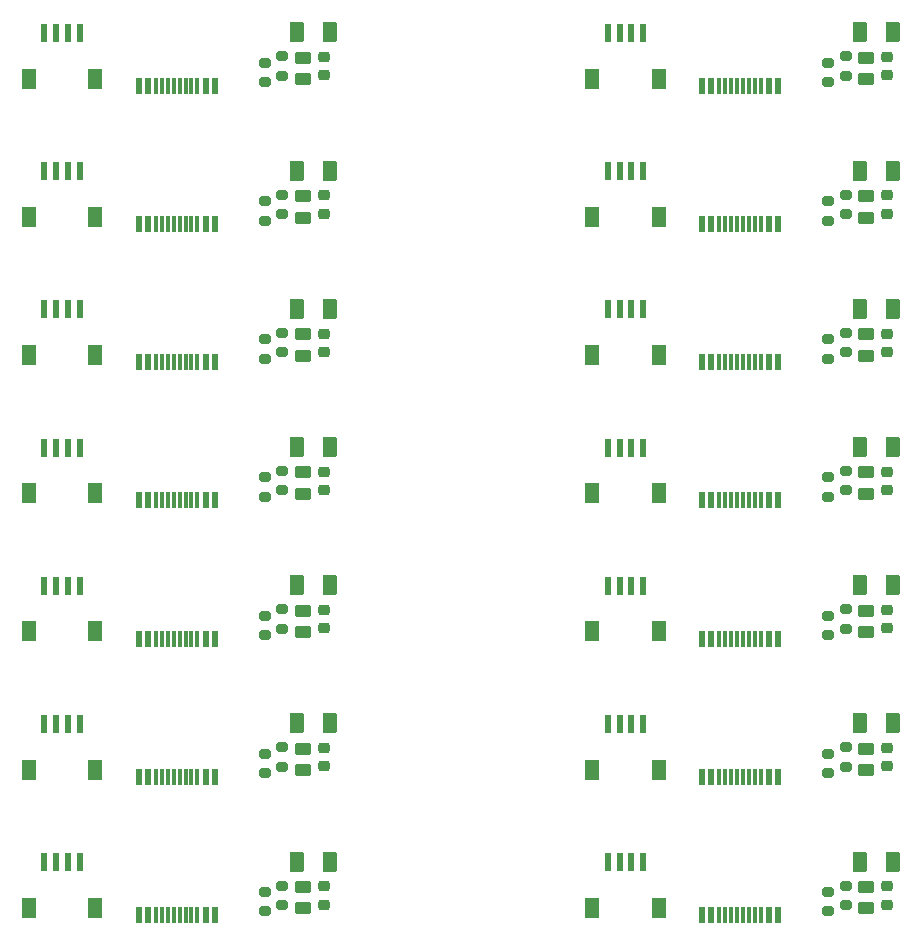
<source format=gbr>
%TF.GenerationSoftware,KiCad,Pcbnew,(6.0.0)*%
%TF.CreationDate,2022-02-04T14:46:28-05:00*%
%TF.ProjectId,Panel v2,50616e65-6c20-4763-922e-6b696361645f,rev?*%
%TF.SameCoordinates,Original*%
%TF.FileFunction,Paste,Top*%
%TF.FilePolarity,Positive*%
%FSLAX46Y46*%
G04 Gerber Fmt 4.6, Leading zero omitted, Abs format (unit mm)*
G04 Created by KiCad (PCBNEW (6.0.0)) date 2022-02-04 14:46:28*
%MOMM*%
%LPD*%
G01*
G04 APERTURE LIST*
G04 Aperture macros list*
%AMRoundRect*
0 Rectangle with rounded corners*
0 $1 Rounding radius*
0 $2 $3 $4 $5 $6 $7 $8 $9 X,Y pos of 4 corners*
0 Add a 4 corners polygon primitive as box body*
4,1,4,$2,$3,$4,$5,$6,$7,$8,$9,$2,$3,0*
0 Add four circle primitives for the rounded corners*
1,1,$1+$1,$2,$3*
1,1,$1+$1,$4,$5*
1,1,$1+$1,$6,$7*
1,1,$1+$1,$8,$9*
0 Add four rect primitives between the rounded corners*
20,1,$1+$1,$2,$3,$4,$5,0*
20,1,$1+$1,$4,$5,$6,$7,0*
20,1,$1+$1,$6,$7,$8,$9,0*
20,1,$1+$1,$8,$9,$2,$3,0*%
G04 Aperture macros list end*
%ADD10R,1.200000X1.800000*%
%ADD11R,0.600000X1.550000*%
%ADD12RoundRect,0.249999X0.450001X-0.262501X0.450001X0.262501X-0.450001X0.262501X-0.450001X-0.262501X0*%
%ADD13RoundRect,0.200000X-0.275000X0.200000X-0.275000X-0.200000X0.275000X-0.200000X0.275000X0.200000X0*%
%ADD14RoundRect,0.225000X0.250000X-0.225000X0.250000X0.225000X-0.250000X0.225000X-0.250000X-0.225000X0*%
%ADD15R,0.600000X1.450000*%
%ADD16R,0.300000X1.450000*%
%ADD17RoundRect,0.250000X-0.375000X-0.625000X0.375000X-0.625000X0.375000X0.625000X-0.375000X0.625000X0*%
G04 APERTURE END LIST*
D10*
%TO.C,J12*%
X90800002Y-98250011D03*
X85200002Y-98250011D03*
D11*
X89500002Y-94375011D03*
X88500002Y-94375011D03*
X87500002Y-94375011D03*
X86500002Y-94375011D03*
%TD*%
D12*
%TO.C,R13*%
X60694999Y-84777508D03*
X60694999Y-86602508D03*
%TD*%
D10*
%TO.C,J8*%
X90800002Y-63150002D03*
X85200002Y-63150002D03*
D11*
X89500002Y-59275002D03*
X88500002Y-59275002D03*
X87500002Y-59275002D03*
X86500002Y-59275002D03*
%TD*%
D13*
%TO.C,R21*%
X105165002Y-75155005D03*
X105165002Y-73505005D03*
%TD*%
D14*
%TO.C,C13*%
X62434999Y-119825017D03*
X62434999Y-121375017D03*
%TD*%
D10*
%TO.C,J9*%
X43099999Y-109950014D03*
X37499999Y-109950014D03*
D11*
X41799999Y-106075014D03*
X40799999Y-106075014D03*
X39799999Y-106075014D03*
X38799999Y-106075014D03*
%TD*%
D13*
%TO.C,R3*%
X57464999Y-63455002D03*
X57464999Y-61805002D03*
%TD*%
D12*
%TO.C,R9*%
X108395002Y-49677499D03*
X108395002Y-51502499D03*
%TD*%
D15*
%TO.C,U14*%
X94475002Y-122245017D03*
X95250002Y-122245017D03*
D16*
X95950002Y-122245017D03*
X96450002Y-122245017D03*
X96950002Y-122245017D03*
X97450002Y-122245017D03*
X97950002Y-122245017D03*
X98450002Y-122245017D03*
X98950002Y-122245017D03*
X99450002Y-122245017D03*
D15*
X100150002Y-122245017D03*
X100925002Y-122245017D03*
%TD*%
D17*
%TO.C,F5*%
X62974999Y-70925005D03*
X60174999Y-70925005D03*
%TD*%
D14*
%TO.C,C5*%
X62434999Y-84725008D03*
X62434999Y-86275008D03*
%TD*%
D13*
%TO.C,R17*%
X57464999Y-75155005D03*
X57464999Y-73505005D03*
%TD*%
D12*
%TO.C,R12*%
X108395002Y-61377502D03*
X108395002Y-63202502D03*
%TD*%
D13*
%TO.C,R30*%
X58954999Y-98010011D03*
X58954999Y-96360011D03*
%TD*%
%TO.C,R32*%
X106655002Y-109710014D03*
X106655002Y-108060014D03*
%TD*%
D12*
%TO.C,R23*%
X108395002Y-73077505D03*
X108395002Y-74902505D03*
%TD*%
D17*
%TO.C,F12*%
X110675002Y-106025014D03*
X107875002Y-106025014D03*
%TD*%
%TO.C,F1*%
X62974999Y-59225002D03*
X60174999Y-59225002D03*
%TD*%
D13*
%TO.C,R28*%
X58954999Y-109710014D03*
X58954999Y-108060014D03*
%TD*%
D17*
%TO.C,F11*%
X110675002Y-94325011D03*
X107875002Y-94325011D03*
%TD*%
D14*
%TO.C,C6*%
X62434999Y-73025005D03*
X62434999Y-74575005D03*
%TD*%
D13*
%TO.C,R31*%
X105165002Y-110255014D03*
X105165002Y-108605014D03*
%TD*%
D12*
%TO.C,R15*%
X60694999Y-73077505D03*
X60694999Y-74902505D03*
%TD*%
D15*
%TO.C,U4*%
X94475002Y-63745002D03*
X95250002Y-63745002D03*
D16*
X95950002Y-63745002D03*
X96450002Y-63745002D03*
X96950002Y-63745002D03*
X97450002Y-63745002D03*
X97950002Y-63745002D03*
X98450002Y-63745002D03*
X98950002Y-63745002D03*
X99450002Y-63745002D03*
D15*
X100150002Y-63745002D03*
X100925002Y-63745002D03*
%TD*%
D12*
%TO.C,R4*%
X60694999Y-61377502D03*
X60694999Y-63202502D03*
%TD*%
D15*
%TO.C,U8*%
X94475002Y-87145008D03*
X95250002Y-87145008D03*
D16*
X95950002Y-87145008D03*
X96450002Y-87145008D03*
X96950002Y-87145008D03*
X97450002Y-87145008D03*
X97950002Y-87145008D03*
X98450002Y-87145008D03*
X98950002Y-87145008D03*
X99450002Y-87145008D03*
D15*
X100150002Y-87145008D03*
X100925002Y-87145008D03*
%TD*%
%TO.C,U2*%
X46774999Y-52044999D03*
X47549999Y-52044999D03*
D16*
X48249999Y-52044999D03*
X48749999Y-52044999D03*
X49249999Y-52044999D03*
X49749999Y-52044999D03*
X50249999Y-52044999D03*
X50749999Y-52044999D03*
X51249999Y-52044999D03*
X51749999Y-52044999D03*
D15*
X52449999Y-52044999D03*
X53224999Y-52044999D03*
%TD*%
D13*
%TO.C,R2*%
X58954999Y-62910002D03*
X58954999Y-61260002D03*
%TD*%
D12*
%TO.C,R36*%
X108395002Y-96477511D03*
X108395002Y-98302511D03*
%TD*%
D17*
%TO.C,F14*%
X110675002Y-117725017D03*
X107875002Y-117725017D03*
%TD*%
%TO.C,F3*%
X110675002Y-47524999D03*
X107875002Y-47524999D03*
%TD*%
D13*
%TO.C,R7*%
X106655002Y-62910002D03*
X106655002Y-61260002D03*
%TD*%
%TO.C,R8*%
X105165002Y-51754999D03*
X105165002Y-50104999D03*
%TD*%
D15*
%TO.C,U6*%
X46774999Y-75445005D03*
X47549999Y-75445005D03*
D16*
X48249999Y-75445005D03*
X48749999Y-75445005D03*
X49249999Y-75445005D03*
X49749999Y-75445005D03*
X50249999Y-75445005D03*
X50749999Y-75445005D03*
X51249999Y-75445005D03*
X51749999Y-75445005D03*
D15*
X52449999Y-75445005D03*
X53224999Y-75445005D03*
%TD*%
D10*
%TO.C,J3*%
X37499999Y-86550008D03*
X43099999Y-86550008D03*
D11*
X41799999Y-82675008D03*
X40799999Y-82675008D03*
X39799999Y-82675008D03*
X38799999Y-82675008D03*
%TD*%
D13*
%TO.C,R5*%
X58954999Y-51209999D03*
X58954999Y-49559999D03*
%TD*%
D10*
%TO.C,J11*%
X90800002Y-109950014D03*
X85200002Y-109950014D03*
D11*
X89500002Y-106075014D03*
X88500002Y-106075014D03*
X87500002Y-106075014D03*
X86500002Y-106075014D03*
%TD*%
D13*
%TO.C,R24*%
X105165002Y-86855008D03*
X105165002Y-85205008D03*
%TD*%
%TO.C,R18*%
X57464999Y-86855008D03*
X57464999Y-85205008D03*
%TD*%
D10*
%TO.C,J5*%
X43099999Y-74850005D03*
X37499999Y-74850005D03*
D11*
X41799999Y-70975005D03*
X40799999Y-70975005D03*
X39799999Y-70975005D03*
X38799999Y-70975005D03*
%TD*%
D17*
%TO.C,F10*%
X62974999Y-106025014D03*
X60174999Y-106025014D03*
%TD*%
D13*
%TO.C,R27*%
X57464999Y-98555011D03*
X57464999Y-96905011D03*
%TD*%
D15*
%TO.C,U7*%
X94475002Y-75445005D03*
X95250002Y-75445005D03*
D16*
X95950002Y-75445005D03*
X96450002Y-75445005D03*
X96950002Y-75445005D03*
X97450002Y-75445005D03*
X97950002Y-75445005D03*
X98450002Y-75445005D03*
X98950002Y-75445005D03*
X99450002Y-75445005D03*
D15*
X100150002Y-75445005D03*
X100925002Y-75445005D03*
%TD*%
D14*
%TO.C,C9*%
X62434999Y-96425011D03*
X62434999Y-97975011D03*
%TD*%
D10*
%TO.C,J13*%
X43099999Y-121650017D03*
X37499999Y-121650017D03*
D11*
X41799999Y-117775017D03*
X40799999Y-117775017D03*
X39799999Y-117775017D03*
X38799999Y-117775017D03*
%TD*%
D10*
%TO.C,J6*%
X90800002Y-86550008D03*
X85200002Y-86550008D03*
D11*
X89500002Y-82675008D03*
X88500002Y-82675008D03*
X87500002Y-82675008D03*
X86500002Y-82675008D03*
%TD*%
D12*
%TO.C,R35*%
X108395002Y-108177514D03*
X108395002Y-110002514D03*
%TD*%
D15*
%TO.C,U9*%
X46774999Y-98845011D03*
X47549999Y-98845011D03*
D16*
X48249999Y-98845011D03*
X48749999Y-98845011D03*
X49249999Y-98845011D03*
X49749999Y-98845011D03*
X50249999Y-98845011D03*
X50749999Y-98845011D03*
X51249999Y-98845011D03*
X51749999Y-98845011D03*
D15*
X52449999Y-98845011D03*
X53224999Y-98845011D03*
%TD*%
D14*
%TO.C,C14*%
X110135002Y-119825017D03*
X110135002Y-121375017D03*
%TD*%
%TO.C,C11*%
X110135002Y-96425011D03*
X110135002Y-97975011D03*
%TD*%
D17*
%TO.C,F8*%
X110675002Y-82625008D03*
X107875002Y-82625008D03*
%TD*%
D14*
%TO.C,C2*%
X62434999Y-61325002D03*
X62434999Y-62875002D03*
%TD*%
D15*
%TO.C,U13*%
X46774999Y-122245017D03*
X47549999Y-122245017D03*
D16*
X48249999Y-122245017D03*
X48749999Y-122245017D03*
X49249999Y-122245017D03*
X49749999Y-122245017D03*
X50249999Y-122245017D03*
X50749999Y-122245017D03*
X51249999Y-122245017D03*
X51749999Y-122245017D03*
D15*
X52449999Y-122245017D03*
X53224999Y-122245017D03*
%TD*%
D14*
%TO.C,C10*%
X62434999Y-108125014D03*
X62434999Y-109675014D03*
%TD*%
D17*
%TO.C,F6*%
X62974999Y-82625008D03*
X60174999Y-82625008D03*
%TD*%
D13*
%TO.C,R34*%
X106655002Y-98010011D03*
X106655002Y-96360011D03*
%TD*%
D14*
%TO.C,C3*%
X110135002Y-49624999D03*
X110135002Y-51174999D03*
%TD*%
D17*
%TO.C,F13*%
X62974999Y-117725017D03*
X60174999Y-117725017D03*
%TD*%
D12*
%TO.C,R25*%
X60694999Y-108177514D03*
X60694999Y-110002514D03*
%TD*%
D13*
%TO.C,R38*%
X57464999Y-121955017D03*
X57464999Y-120305017D03*
%TD*%
D14*
%TO.C,C8*%
X110135002Y-73025005D03*
X110135002Y-74575005D03*
%TD*%
D13*
%TO.C,R33*%
X105165002Y-98555011D03*
X105165002Y-96905011D03*
%TD*%
D10*
%TO.C,J2*%
X90800002Y-51449999D03*
X85200002Y-51449999D03*
D11*
X89500002Y-47574999D03*
X88500002Y-47574999D03*
X87500002Y-47574999D03*
X86500002Y-47574999D03*
%TD*%
D13*
%TO.C,R14*%
X58954999Y-86310008D03*
X58954999Y-84660008D03*
%TD*%
D15*
%TO.C,U11*%
X94475002Y-110545014D03*
X95250002Y-110545014D03*
D16*
X95950002Y-110545014D03*
X96450002Y-110545014D03*
X96950002Y-110545014D03*
X97450002Y-110545014D03*
X97950002Y-110545014D03*
X98450002Y-110545014D03*
X98950002Y-110545014D03*
X99450002Y-110545014D03*
D15*
X100150002Y-110545014D03*
X100925002Y-110545014D03*
%TD*%
%TO.C,U10*%
X46774999Y-110545014D03*
X47549999Y-110545014D03*
D16*
X48249999Y-110545014D03*
X48749999Y-110545014D03*
X49249999Y-110545014D03*
X49749999Y-110545014D03*
X50249999Y-110545014D03*
X50749999Y-110545014D03*
X51249999Y-110545014D03*
X51749999Y-110545014D03*
D15*
X52449999Y-110545014D03*
X53224999Y-110545014D03*
%TD*%
D13*
%TO.C,R41*%
X105165002Y-121955017D03*
X105165002Y-120305017D03*
%TD*%
D10*
%TO.C,J10*%
X43099999Y-98250011D03*
X37499999Y-98250011D03*
D11*
X41799999Y-94375011D03*
X40799999Y-94375011D03*
X39799999Y-94375011D03*
X38799999Y-94375011D03*
%TD*%
D14*
%TO.C,C12*%
X110135002Y-108125014D03*
X110135002Y-109675014D03*
%TD*%
%TO.C,C7*%
X110135002Y-84725008D03*
X110135002Y-86275008D03*
%TD*%
D15*
%TO.C,U12*%
X94475002Y-98845011D03*
X95250002Y-98845011D03*
D16*
X95950002Y-98845011D03*
X96450002Y-98845011D03*
X96950002Y-98845011D03*
X97450002Y-98845011D03*
X97950002Y-98845011D03*
X98450002Y-98845011D03*
X98950002Y-98845011D03*
X99450002Y-98845011D03*
D15*
X100150002Y-98845011D03*
X100925002Y-98845011D03*
%TD*%
D12*
%TO.C,R42*%
X108395002Y-119877517D03*
X108395002Y-121702517D03*
%TD*%
D13*
%TO.C,R19*%
X106655002Y-74610005D03*
X106655002Y-72960005D03*
%TD*%
D12*
%TO.C,R20*%
X108395002Y-84777508D03*
X108395002Y-86602508D03*
%TD*%
D17*
%TO.C,F2*%
X62974999Y-47524999D03*
X60174999Y-47524999D03*
%TD*%
%TO.C,F4*%
X110675002Y-59225002D03*
X107875002Y-59225002D03*
%TD*%
D15*
%TO.C,U5*%
X46774999Y-87145008D03*
X47549999Y-87145008D03*
D16*
X48249999Y-87145008D03*
X48749999Y-87145008D03*
X49249999Y-87145008D03*
X49749999Y-87145008D03*
X50249999Y-87145008D03*
X50749999Y-87145008D03*
X51249999Y-87145008D03*
X51749999Y-87145008D03*
D15*
X52449999Y-87145008D03*
X53224999Y-87145008D03*
%TD*%
D10*
%TO.C,J1*%
X37499999Y-51449999D03*
X43099999Y-51449999D03*
D11*
X41799999Y-47574999D03*
X40799999Y-47574999D03*
X39799999Y-47574999D03*
X38799999Y-47574999D03*
%TD*%
D14*
%TO.C,C1*%
X62434999Y-49624999D03*
X62434999Y-51174999D03*
%TD*%
D10*
%TO.C,J7*%
X85200002Y-74850005D03*
X90800002Y-74850005D03*
D11*
X89500002Y-70975005D03*
X88500002Y-70975005D03*
X87500002Y-70975005D03*
X86500002Y-70975005D03*
%TD*%
D12*
%TO.C,R26*%
X60694999Y-96477511D03*
X60694999Y-98302511D03*
%TD*%
D17*
%TO.C,F9*%
X62974999Y-94325011D03*
X60174999Y-94325011D03*
%TD*%
D13*
%TO.C,R40*%
X106655002Y-121410017D03*
X106655002Y-119760017D03*
%TD*%
D15*
%TO.C,U1*%
X46774999Y-63745002D03*
X47549999Y-63745002D03*
D16*
X48249999Y-63745002D03*
X48749999Y-63745002D03*
X49249999Y-63745002D03*
X49749999Y-63745002D03*
X50249999Y-63745002D03*
X50749999Y-63745002D03*
X51249999Y-63745002D03*
X51749999Y-63745002D03*
D15*
X52449999Y-63745002D03*
X53224999Y-63745002D03*
%TD*%
D13*
%TO.C,R22*%
X106655002Y-86310008D03*
X106655002Y-84660008D03*
%TD*%
%TO.C,R37*%
X58954999Y-121410017D03*
X58954999Y-119760017D03*
%TD*%
%TO.C,R6*%
X57464999Y-51754999D03*
X57464999Y-50104999D03*
%TD*%
D10*
%TO.C,J14*%
X90800002Y-121650017D03*
X85200002Y-121650017D03*
D11*
X89500002Y-117775017D03*
X88500002Y-117775017D03*
X87500002Y-117775017D03*
X86500002Y-117775017D03*
%TD*%
D14*
%TO.C,C4*%
X110135002Y-61325002D03*
X110135002Y-62875002D03*
%TD*%
D13*
%TO.C,R16*%
X58954999Y-74610005D03*
X58954999Y-72960005D03*
%TD*%
D15*
%TO.C,U3*%
X94475002Y-52044999D03*
X95250002Y-52044999D03*
D16*
X95950002Y-52044999D03*
X96450002Y-52044999D03*
X96950002Y-52044999D03*
X97450002Y-52044999D03*
X97950002Y-52044999D03*
X98450002Y-52044999D03*
X98950002Y-52044999D03*
X99450002Y-52044999D03*
D15*
X100150002Y-52044999D03*
X100925002Y-52044999D03*
%TD*%
D13*
%TO.C,R11*%
X106655002Y-51209999D03*
X106655002Y-49559999D03*
%TD*%
%TO.C,R10*%
X105165002Y-63455002D03*
X105165002Y-61805002D03*
%TD*%
D12*
%TO.C,R1*%
X60694999Y-49677499D03*
X60694999Y-51502499D03*
%TD*%
D17*
%TO.C,F7*%
X110675002Y-70925005D03*
X107875002Y-70925005D03*
%TD*%
D10*
%TO.C,J4*%
X43099999Y-63150002D03*
X37499999Y-63150002D03*
D11*
X41799999Y-59275002D03*
X40799999Y-59275002D03*
X39799999Y-59275002D03*
X38799999Y-59275002D03*
%TD*%
D13*
%TO.C,R29*%
X57464999Y-110255014D03*
X57464999Y-108605014D03*
%TD*%
D12*
%TO.C,R39*%
X60694999Y-119877517D03*
X60694999Y-121702517D03*
%TD*%
M02*

</source>
